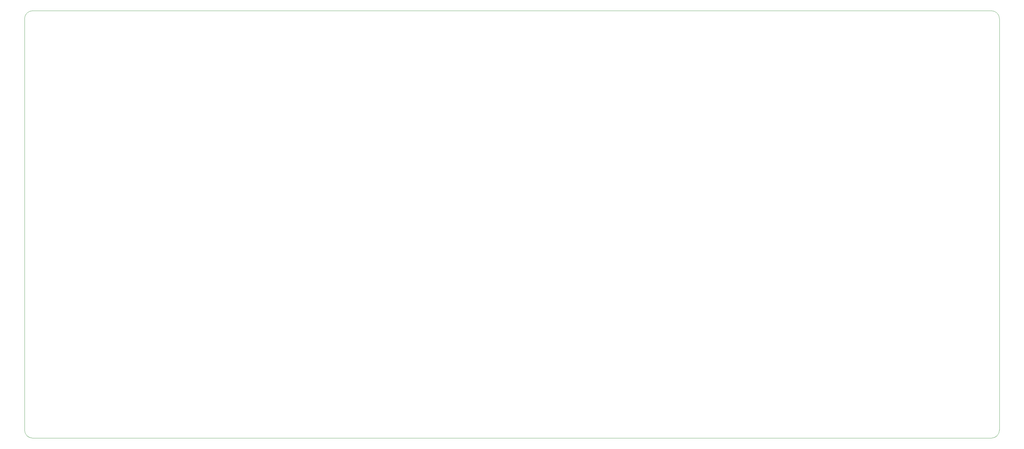
<source format=gm1>
%TF.GenerationSoftware,KiCad,Pcbnew,7.0.4*%
%TF.CreationDate,2023-05-29T10:37:39-04:00*%
%TF.ProjectId,keyboard,6b657962-6f61-4726-942e-6b696361645f,rev?*%
%TF.SameCoordinates,Original*%
%TF.FileFunction,Profile,NP*%
%FSLAX46Y46*%
G04 Gerber Fmt 4.6, Leading zero omitted, Abs format (unit mm)*
G04 Created by KiCad (PCBNEW 7.0.4) date 2023-05-29 10:37:39*
%MOMM*%
%LPD*%
G01*
G04 APERTURE LIST*
%TA.AperFunction,Profile*%
%ADD10C,0.100000*%
%TD*%
G04 APERTURE END LIST*
D10*
X57943750Y-49212500D02*
X338931250Y-49212500D01*
X55562500Y-51593750D02*
X55562500Y-172243750D01*
X338931250Y-174625000D02*
G75*
G03*
X341312500Y-172243750I-50J2381300D01*
G01*
X341312500Y-51593750D02*
G75*
G03*
X338931250Y-49212500I-2381300J-50D01*
G01*
X55562500Y-172243750D02*
G75*
G03*
X57943750Y-174625000I2381300J50D01*
G01*
X341312500Y-51593750D02*
X341312500Y-172243750D01*
X338931250Y-174625000D02*
X57943750Y-174625000D01*
X57943750Y-49212500D02*
G75*
G03*
X55562500Y-51593750I0J-2381250D01*
G01*
M02*

</source>
